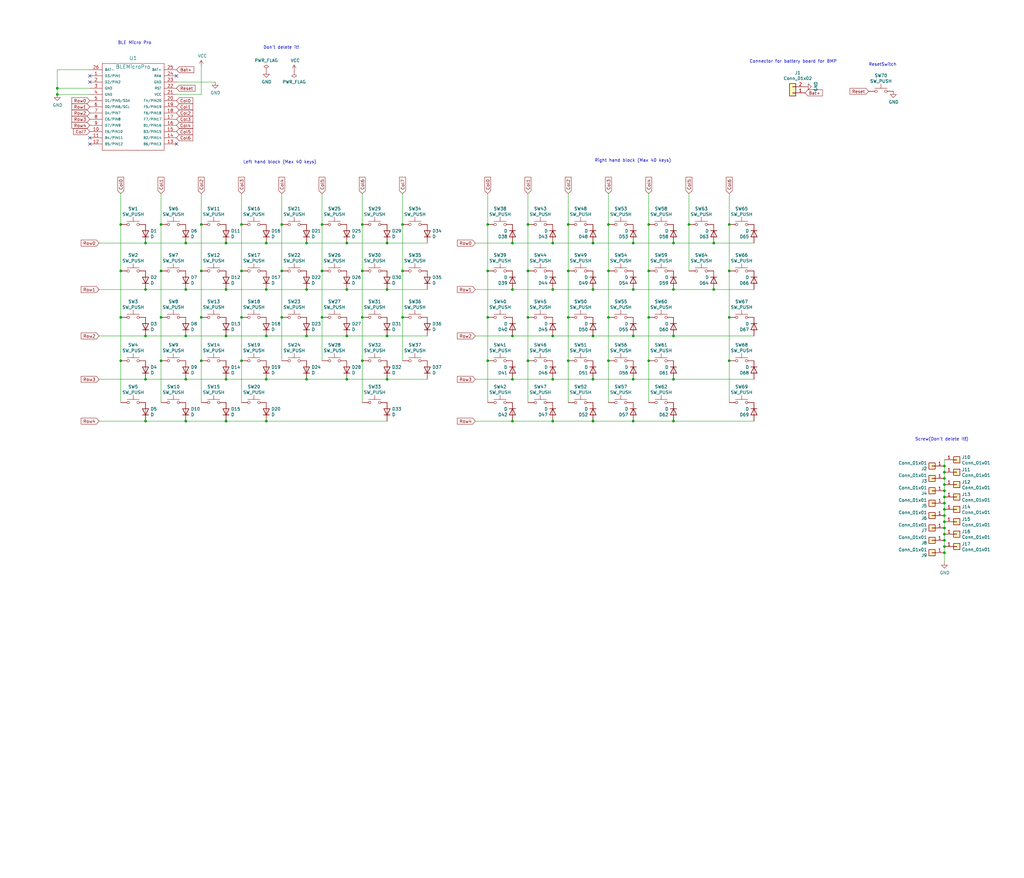
<source format=kicad_sch>
(kicad_sch (version 20211123) (generator eeschema)
  (paper "User" 419.989 360.045)
  (junction (at 82.55 111.125))
  (junction (at 210.185 172.72))
  (junction (at 226.695 99.695))
  (junction (at 125.73 118.745))
  (junction (at 200.025 147.955))
  (junction (at 276.225 155.575))
  (junction (at 249.555 111.125))
  (junction (at 259.715 118.745))
  (junction (at 299.085 130.175))
  (junction (at 387.35 213.995))
  (junction (at 99.06 130.175))
  (junction (at 109.22 172.72))
  (junction (at 76.2 118.745))
  (junction (at 109.22 137.795))
  (junction (at 292.735 99.695))
  (junction (at 249.555 130.175))
  (junction (at 92.71 118.745))
  (junction (at 276.225 172.72))
  (junction (at 259.715 172.72))
  (junction (at 59.69 137.795))
  (junction (at 276.225 118.745))
  (junction (at 200.025 92.075))
  (junction (at 132.08 130.175))
  (junction (at 76.2 155.575))
  (junction (at 259.715 137.795))
  (junction (at 276.225 99.695))
  (junction (at 266.065 147.955))
  (junction (at 233.045 111.125))
  (junction (at 148.59 92.075))
  (junction (at 132.08 92.075))
  (junction (at 82.55 92.075))
  (junction (at 158.75 155.575))
  (junction (at 299.085 111.125))
  (junction (at 226.695 137.795))
  (junction (at 23.495 36.195))
  (junction (at 233.045 92.075))
  (junction (at 59.69 118.745))
  (junction (at 387.35 191.135))
  (junction (at 266.065 130.175))
  (junction (at 210.185 155.575))
  (junction (at 216.535 147.955))
  (junction (at 158.75 118.745))
  (junction (at 49.53 111.125))
  (junction (at 125.73 155.575))
  (junction (at 115.57 130.175))
  (junction (at 99.06 147.955))
  (junction (at 49.53 130.175))
  (junction (at 276.225 137.795))
  (junction (at 216.535 130.175))
  (junction (at 200.025 130.175))
  (junction (at 109.22 155.575))
  (junction (at 266.065 92.075))
  (junction (at 99.06 111.125))
  (junction (at 59.69 155.575))
  (junction (at 292.735 118.745))
  (junction (at 266.065 111.125))
  (junction (at 387.35 208.915))
  (junction (at 387.35 203.835))
  (junction (at 132.08 111.125))
  (junction (at 243.205 172.72))
  (junction (at 109.22 99.695))
  (junction (at 243.205 155.575))
  (junction (at 282.575 92.075))
  (junction (at 142.24 99.695))
  (junction (at 210.185 137.795))
  (junction (at 82.55 130.175))
  (junction (at 66.04 147.955))
  (junction (at 66.04 92.075))
  (junction (at 299.085 147.955))
  (junction (at 148.59 111.125))
  (junction (at 259.715 155.575))
  (junction (at 210.185 99.695))
  (junction (at 259.715 99.695))
  (junction (at 216.535 92.075))
  (junction (at 92.71 172.72))
  (junction (at 387.35 193.675))
  (junction (at 387.35 196.215))
  (junction (at 243.205 118.745))
  (junction (at 387.35 221.615))
  (junction (at 226.695 172.72))
  (junction (at 59.69 172.72))
  (junction (at 142.24 137.795))
  (junction (at 387.35 198.755))
  (junction (at 148.59 130.175))
  (junction (at 148.59 147.955))
  (junction (at 216.535 111.125))
  (junction (at 23.495 38.735))
  (junction (at 125.73 137.795))
  (junction (at 226.695 118.745))
  (junction (at 66.04 111.125))
  (junction (at 158.75 137.795))
  (junction (at 249.555 147.955))
  (junction (at 233.045 130.175))
  (junction (at 82.55 147.955))
  (junction (at 387.35 216.535))
  (junction (at 158.75 99.695))
  (junction (at 115.57 92.075))
  (junction (at 109.22 118.745))
  (junction (at 226.695 155.575))
  (junction (at 387.35 211.455))
  (junction (at 387.35 226.695))
  (junction (at 243.205 137.795))
  (junction (at 387.35 219.075))
  (junction (at 165.1 92.075))
  (junction (at 49.53 147.955))
  (junction (at 243.205 99.695))
  (junction (at 66.04 130.175))
  (junction (at 92.71 137.795))
  (junction (at 387.35 206.375))
  (junction (at 387.35 201.295))
  (junction (at 142.24 118.745))
  (junction (at 92.71 99.695))
  (junction (at 76.2 137.795))
  (junction (at 92.71 155.575))
  (junction (at 210.185 118.745))
  (junction (at 233.045 147.955))
  (junction (at 142.24 155.575))
  (junction (at 49.53 92.075))
  (junction (at 115.57 111.125))
  (junction (at 387.35 224.155))
  (junction (at 249.555 92.075))
  (junction (at 76.2 172.72))
  (junction (at 165.1 111.125))
  (junction (at 99.06 92.075))
  (junction (at 76.2 99.695))
  (junction (at 59.69 99.695))
  (junction (at 165.1 130.175))
  (junction (at 299.085 92.075))
  (junction (at 200.025 111.125))
  (junction (at 125.73 99.695))
  (no_connect (at 72.39 59.055))
  (no_connect (at 36.83 31.115))
  (no_connect (at 36.83 33.655))
  (no_connect (at 72.39 31.115))
  (no_connect (at 36.83 59.055))
  (no_connect (at 36.83 56.515))
  (wire (pts (xy 259.715 172.72) (xy 276.225 172.72)))
  (wire (pts (xy 109.22 137.795) (xy 125.73 137.795)))
  (wire (pts (xy 233.045 130.175) (xy 233.045 147.955)))
  (wire (pts (xy 36.83 28.575) (xy 23.495 28.575)))
  (wire (pts (xy 276.225 99.695) (xy 292.735 99.695)))
  (wire (pts (xy 216.535 130.175) (xy 216.535 147.955)))
  (wire (pts (xy 99.06 111.125) (xy 99.06 130.175)))
  (wire (pts (xy 282.575 92.075) (xy 282.575 111.125)))
  (wire (pts (xy 216.535 92.075) (xy 216.535 111.125)))
  (wire (pts (xy 233.045 92.075) (xy 233.045 111.125)))
  (wire (pts (xy 249.555 147.955) (xy 249.555 165.1)))
  (wire (pts (xy 142.24 155.575) (xy 158.75 155.575)))
  (wire (pts (xy 148.59 147.955) (xy 148.59 165.1)))
  (wire (pts (xy 210.185 155.575) (xy 226.695 155.575)))
  (wire (pts (xy 200.025 130.175) (xy 200.025 147.955)))
  (wire (pts (xy 266.065 111.125) (xy 266.065 130.175)))
  (wire (pts (xy 266.065 147.955) (xy 266.065 165.1)))
  (wire (pts (xy 387.35 226.695) (xy 387.35 230.505)))
  (wire (pts (xy 165.1 79.375) (xy 165.1 92.075)))
  (wire (pts (xy 292.735 118.745) (xy 309.245 118.745)))
  (wire (pts (xy 66.04 111.125) (xy 66.04 130.175)))
  (wire (pts (xy 299.085 111.125) (xy 299.085 130.175)))
  (wire (pts (xy 115.57 79.375) (xy 115.57 92.075)))
  (wire (pts (xy 82.55 79.375) (xy 82.55 92.075)))
  (wire (pts (xy 115.57 130.175) (xy 115.57 147.955)))
  (wire (pts (xy 387.35 196.215) (xy 387.35 198.755)))
  (wire (pts (xy 175.26 155.575) (xy 158.75 155.575)))
  (wire (pts (xy 23.495 36.195) (xy 23.495 38.735)))
  (wire (pts (xy 132.08 111.125) (xy 132.08 130.175)))
  (wire (pts (xy 92.71 99.695) (xy 109.22 99.695)))
  (wire (pts (xy 125.73 155.575) (xy 142.24 155.575)))
  (wire (pts (xy 125.73 137.795) (xy 142.24 137.795)))
  (wire (pts (xy 210.185 99.695) (xy 226.695 99.695)))
  (wire (pts (xy 76.2 172.72) (xy 92.71 172.72)))
  (wire (pts (xy 387.35 211.455) (xy 387.35 213.995)))
  (wire (pts (xy 194.945 99.695) (xy 210.185 99.695)))
  (wire (pts (xy 226.695 155.575) (xy 243.205 155.575)))
  (wire (pts (xy 226.695 118.745) (xy 243.205 118.745)))
  (wire (pts (xy 88.265 33.655) (xy 72.39 33.655)))
  (wire (pts (xy 82.55 111.125) (xy 82.55 130.175)))
  (wire (pts (xy 115.57 111.125) (xy 115.57 130.175)))
  (wire (pts (xy 99.06 79.375) (xy 99.06 92.075)))
  (wire (pts (xy 249.555 92.075) (xy 249.555 111.125)))
  (wire (pts (xy 200.025 111.125) (xy 200.025 130.175)))
  (wire (pts (xy 243.205 118.745) (xy 259.715 118.745)))
  (wire (pts (xy 109.22 172.72) (xy 158.75 172.72)))
  (wire (pts (xy 148.59 79.375) (xy 148.59 92.075)))
  (wire (pts (xy 175.26 118.745) (xy 158.75 118.745)))
  (wire (pts (xy 387.35 221.615) (xy 387.35 224.155)))
  (wire (pts (xy 66.04 92.075) (xy 66.04 111.125)))
  (wire (pts (xy 76.2 99.695) (xy 92.71 99.695)))
  (wire (pts (xy 226.695 99.695) (xy 243.205 99.695)))
  (wire (pts (xy 165.1 92.075) (xy 165.1 111.125)))
  (wire (pts (xy 249.555 111.125) (xy 249.555 130.175)))
  (wire (pts (xy 226.695 172.72) (xy 243.205 172.72)))
  (wire (pts (xy 82.55 147.955) (xy 82.55 165.1)))
  (wire (pts (xy 387.35 191.135) (xy 387.35 193.675)))
  (wire (pts (xy 216.535 79.375) (xy 216.535 92.075)))
  (wire (pts (xy 387.35 198.755) (xy 387.35 201.295)))
  (wire (pts (xy 233.045 111.125) (xy 233.045 130.175)))
  (wire (pts (xy 109.22 155.575) (xy 125.73 155.575)))
  (wire (pts (xy 266.065 79.375) (xy 266.065 92.075)))
  (wire (pts (xy 259.715 99.695) (xy 276.225 99.695)))
  (wire (pts (xy 36.83 36.195) (xy 23.495 36.195)))
  (wire (pts (xy 36.83 38.735) (xy 23.495 38.735)))
  (wire (pts (xy 132.08 130.175) (xy 132.08 147.955)))
  (wire (pts (xy 99.06 92.075) (xy 99.06 111.125)))
  (wire (pts (xy 387.35 213.995) (xy 387.35 216.535)))
  (wire (pts (xy 243.205 155.575) (xy 259.715 155.575)))
  (wire (pts (xy 142.24 99.695) (xy 158.75 99.695)))
  (wire (pts (xy 132.08 79.375) (xy 132.08 92.075)))
  (wire (pts (xy 59.69 99.695) (xy 76.2 99.695)))
  (wire (pts (xy 194.945 172.72) (xy 210.185 172.72)))
  (wire (pts (xy 387.35 216.535) (xy 387.35 219.075)))
  (wire (pts (xy 216.535 111.125) (xy 216.535 130.175)))
  (wire (pts (xy 49.53 92.075) (xy 49.53 111.125)))
  (wire (pts (xy 125.73 99.695) (xy 142.24 99.695)))
  (wire (pts (xy 59.69 137.795) (xy 40.64 137.795)))
  (wire (pts (xy 66.04 130.175) (xy 66.04 147.955)))
  (wire (pts (xy 59.69 137.795) (xy 76.2 137.795)))
  (wire (pts (xy 259.715 155.575) (xy 276.225 155.575)))
  (wire (pts (xy 387.35 206.375) (xy 387.35 208.915)))
  (wire (pts (xy 49.53 147.955) (xy 49.53 165.1)))
  (wire (pts (xy 109.22 99.695) (xy 125.73 99.695)))
  (wire (pts (xy 175.26 137.795) (xy 158.75 137.795)))
  (wire (pts (xy 132.08 92.075) (xy 132.08 111.125)))
  (wire (pts (xy 299.085 79.375) (xy 299.085 92.075)))
  (wire (pts (xy 92.71 118.745) (xy 109.22 118.745)))
  (wire (pts (xy 233.045 147.955) (xy 233.045 165.1)))
  (wire (pts (xy 259.715 118.745) (xy 276.225 118.745)))
  (wire (pts (xy 216.535 147.955) (xy 216.535 165.1)))
  (wire (pts (xy 99.06 147.955) (xy 99.06 165.1)))
  (wire (pts (xy 148.59 111.125) (xy 148.59 130.175)))
  (wire (pts (xy 125.73 118.745) (xy 142.24 118.745)))
  (wire (pts (xy 387.35 203.835) (xy 387.35 206.375)))
  (wire (pts (xy 49.53 130.175) (xy 49.53 147.955)))
  (wire (pts (xy 299.085 147.955) (xy 299.085 165.1)))
  (wire (pts (xy 210.185 118.745) (xy 226.695 118.745)))
  (wire (pts (xy 148.59 92.075) (xy 148.59 111.125)))
  (wire (pts (xy 200.025 147.955) (xy 200.025 165.1)))
  (wire (pts (xy 243.205 172.72) (xy 259.715 172.72)))
  (wire (pts (xy 387.35 224.155) (xy 387.35 226.695)))
  (wire (pts (xy 387.35 208.915) (xy 387.35 211.455)))
  (wire (pts (xy 76.2 137.795) (xy 92.71 137.795)))
  (wire (pts (xy 82.55 92.075) (xy 82.55 111.125)))
  (wire (pts (xy 292.735 99.695) (xy 309.245 99.695)))
  (wire (pts (xy 249.555 79.375) (xy 249.555 92.075)))
  (wire (pts (xy 387.35 201.295) (xy 387.35 203.835)))
  (wire (pts (xy 82.55 38.735) (xy 82.55 27.305)))
  (wire (pts (xy 210.185 172.72) (xy 226.695 172.72)))
  (wire (pts (xy 194.945 137.795) (xy 210.185 137.795)))
  (wire (pts (xy 276.225 118.745) (xy 292.735 118.745)))
  (wire (pts (xy 66.04 147.955) (xy 66.04 165.1)))
  (wire (pts (xy 243.205 137.795) (xy 259.715 137.795)))
  (wire (pts (xy 259.715 137.795) (xy 276.225 137.795)))
  (wire (pts (xy 59.69 172.72) (xy 76.2 172.72)))
  (wire (pts (xy 142.24 118.745) (xy 158.75 118.745)))
  (wire (pts (xy 299.085 130.175) (xy 299.085 147.955)))
  (wire (pts (xy 266.065 130.175) (xy 266.065 147.955)))
  (wire (pts (xy 276.225 155.575) (xy 309.245 155.575)))
  (wire (pts (xy 66.04 79.375) (xy 66.04 92.075)))
  (wire (pts (xy 76.2 155.575) (xy 92.71 155.575)))
  (wire (pts (xy 59.69 99.695) (xy 40.64 99.695)))
  (wire (pts (xy 175.26 99.695) (xy 158.75 99.695)))
  (wire (pts (xy 59.69 118.745) (xy 40.64 118.745)))
  (wire (pts (xy 165.1 111.125) (xy 165.1 130.175)))
  (wire (pts (xy 76.2 118.745) (xy 92.71 118.745)))
  (wire (pts (xy 142.24 137.795) (xy 158.75 137.795)))
  (wire (pts (xy 92.71 172.72) (xy 109.22 172.72)))
  (wire (pts (xy 59.69 118.745) (xy 76.2 118.745)))
  (wire (pts (xy 49.53 79.375) (xy 49.53 92.075)))
  (wire (pts (xy 109.22 118.745) (xy 125.73 118.745)))
  (wire (pts (xy 115.57 92.075) (xy 115.57 111.125)))
  (wire (pts (xy 200.025 92.075) (xy 200.025 111.125)))
  (wire (pts (xy 194.945 155.575) (xy 210.185 155.575)))
  (wire (pts (xy 210.185 137.795) (xy 226.695 137.795)))
  (wire (pts (xy 194.945 118.745) (xy 210.185 118.745)))
  (wire (pts (xy 276.225 137.795) (xy 309.245 137.795)))
  (wire (pts (xy 233.045 79.375) (xy 233.045 92.075)))
  (wire (pts (xy 249.555 130.175) (xy 249.555 147.955)))
  (wire (pts (xy 82.55 130.175) (xy 82.55 147.955)))
  (wire (pts (xy 266.065 92.075) (xy 266.065 111.125)))
  (wire (pts (xy 99.06 130.175) (xy 99.06 147.955)))
  (wire (pts (xy 165.1 130.175) (xy 165.1 147.955)))
  (wire (pts (xy 387.35 219.075) (xy 387.35 221.615)))
  (wire (pts (xy 148.59 130.175) (xy 148.59 147.955)))
  (wire (pts (xy 23.495 28.575) (xy 23.495 36.195)))
  (wire (pts (xy 49.53 111.125) (xy 49.53 130.175)))
  (wire (pts (xy 387.35 193.675) (xy 387.35 196.215)))
  (wire (pts (xy 92.71 155.575) (xy 109.22 155.575)))
  (wire (pts (xy 92.71 137.795) (xy 109.22 137.795)))
  (wire (pts (xy 276.225 172.72) (xy 309.245 172.72)))
  (wire (pts (xy 282.575 79.375) (xy 282.575 92.075)))
  (wire (pts (xy 387.35 188.595) (xy 387.35 191.135)))
  (wire (pts (xy 59.69 172.72) (xy 40.64 172.72)))
  (wire (pts (xy 59.69 155.575) (xy 76.2 155.575)))
  (wire (pts (xy 299.085 92.075) (xy 299.085 111.125)))
  (wire (pts (xy 200.025 79.375) (xy 200.025 92.075)))
  (wire (pts (xy 243.205 99.695) (xy 259.715 99.695)))
  (wire (pts (xy 72.39 38.735) (xy 82.55 38.735)))
  (wire (pts (xy 226.695 137.795) (xy 243.205 137.795)))
  (wire (pts (xy 59.69 155.575) (xy 40.64 155.575)))
  (text "Left hand block (Max 40 keys)" (at 99.695 67.31 0) (effects (font (size 1.27 1.27)) (justify left bottom)))
  (text "BLE Micro Pro" (at 48.26 18.415 0) (effects (font (size 1.27 1.27)) (justify left bottom)))
  (text "Screw(Don't delete it!)" (at 375.285 180.975 0) (effects (font (size 1.27 1.27)) (justify left bottom)))
  (text "Don't delete it!" (at 107.95 20.32 0) (effects (font (size 1.27 1.27)) (justify left bottom)))
  (text "Connector for battery board for BMP" (at 307.34 26.035 0) (effects (font (size 1.27 1.27)) (justify left bottom)))
  (text "Right hand block (Max 40 keys)" (at 243.84 66.675 0) (effects (font (size 1.27 1.27)) (justify left bottom)))
  (text "ResetSwitch" (at 356.235 27.305 0) (effects (font (size 1.27 1.27)) (justify left bottom)))
  (global_label "Row0" (shape input) (at 40.64 99.695 180) (property "シート間のリファレンス" "${INTERSHEET_REFS}" (effects hide)))
  (global_label "Col0" (shape input) (at 72.39 41.275 0) (property "シート間のリファレンス" "${INTERSHEET_REFS}" (effects hide)))
  (global_label "Row1" (shape input) (at 40.64 118.745 180) (property "シート間のリファレンス" "${INTERSHEET_REFS}" (effects hide)))
  (global_label "Col1" (shape input) (at 66.04 79.375 90) (property "シート間のリファレンス" "${INTERSHEET_REFS}" (effects hide)))
  (global_label "Reset" (shape input) (at 72.39 36.195 0) (property "シート間のリファレンス" "${INTERSHEET_REFS}" (effects hide)))
  (global_label "Col5" (shape input) (at 132.08 79.375 90) (property "シート間のリファレンス" "${INTERSHEET_REFS}" (effects hide)))
  (global_label "Col0" (shape input) (at 49.53 79.375 90) (property "シート間のリファレンス" "${INTERSHEET_REFS}" (effects hide)))
  (global_label "Row1" (shape input) (at 36.83 43.815 180) (property "シート間のリファレンス" "${INTERSHEET_REFS}" (effects hide)))
  (global_label "Col1" (shape input) (at 72.39 43.815 0) (property "シート間のリファレンス" "${INTERSHEET_REFS}" (effects hide)))
  (global_label "Col5" (shape input) (at 282.575 79.375 90) (property "シート間のリファレンス" "${INTERSHEET_REFS}" (effects hide)))
  (global_label "Row4" (shape input) (at 194.945 172.72 180) (property "シート間のリファレンス" "${INTERSHEET_REFS}" (effects hide)))
  (global_label "Row3" (shape input) (at 40.64 155.575 180) (property "シート間のリファレンス" "${INTERSHEET_REFS}" (effects hide)))
  (global_label "Col7" (shape input) (at 165.1 79.375 90) (property "シート間のリファレンス" "${INTERSHEET_REFS}" (effects hide)))
  (global_label "Col2" (shape input) (at 72.39 46.355 0) (property "シート間のリファレンス" "${INTERSHEET_REFS}" (effects hide)))
  (global_label "Row1" (shape input) (at 194.945 118.745 180) (property "シート間のリファレンス" "${INTERSHEET_REFS}" (effects hide)))
  (global_label "Col3" (shape input) (at 72.39 48.895 0) (property "シート間のリファレンス" "${INTERSHEET_REFS}" (effects hide)))
  (global_label "Col3" (shape input) (at 249.555 79.375 90) (property "シート間のリファレンス" "${INTERSHEET_REFS}" (effects hide)))
  (global_label "Col2" (shape input) (at 82.55 79.375 90) (property "シート間のリファレンス" "${INTERSHEET_REFS}" (effects hide)))
  (global_label "Col4" (shape input) (at 266.065 79.375 90) (property "シート間のリファレンス" "${INTERSHEET_REFS}" (effects hide)))
  (global_label "Row2" (shape input) (at 194.945 137.795 180) (property "シート間のリファレンス" "${INTERSHEET_REFS}" (effects hide)))
  (global_label "Row0" (shape input) (at 36.83 41.275 180) (property "シート間のリファレンス" "${INTERSHEET_REFS}" (effects hide)))
  (global_label "Row2" (shape input) (at 40.64 137.795 180) (property "シート間のリファレンス" "${INTERSHEET_REFS}" (effects hide)))
  (global_label "Col2" (shape input) (at 233.045 79.375 90) (property "シート間のリファレンス" "${INTERSHEET_REFS}" (effects hide)))
  (global_label "Row3" (shape input) (at 194.945 155.575 180) (property "シート間のリファレンス" "${INTERSHEET_REFS}" (effects hide)))
  (global_label "Col6" (shape input) (at 148.59 79.375 90) (property "シート間のリファレンス" "${INTERSHEET_REFS}" (effects hide)))
  (global_label "Bat+" (shape input) (at 72.39 28.575 0) (property "シート間のリファレンス" "${INTERSHEET_REFS}" (effects hide)))
  (global_label "Col6" (shape input) (at 72.39 56.515 0) (property "シート間のリファレンス" "${INTERSHEET_REFS}" (effects hide)))
  (global_label "Col4" (shape input) (at 72.39 51.435 0) (property "シート間のリファレンス" "${INTERSHEET_REFS}" (effects hide)))
  (global_label "Col1" (shape input) (at 216.535 79.375 90) (property "シート間のリファレンス" "${INTERSHEET_REFS}" (effects hide)))
  (global_label "Row3" (shape input) (at 36.83 48.895 180) (property "シート間のリファレンス" "${INTERSHEET_REFS}" (effects hide)))
  (global_label "Bat+" (shape input) (at 330.2 38.1 0) (property "シート間のリファレンス" "${INTERSHEET_REFS}" (effects hide)))
  (global_label "Row4" (shape input) (at 40.64 172.72 180) (property "シート間のリファレンス" "${INTERSHEET_REFS}" (effects hide)))
  (global_label "Row4" (shape input) (at 36.83 51.435 180) (property "シート間のリファレンス" "${INTERSHEET_REFS}" (effects hide)))
  (global_label "Row0" (shape input) (at 194.945 99.695 180) (property "シート間のリファレンス" "${INTERSHEET_REFS}" (effects hide)))
  (global_label "Col7" (shape input) (at 36.83 53.975 180) (property "シート間のリファレンス" "${INTERSHEET_REFS}" (effects hide)))
  (global_label "Col5" (shape input) (at 72.39 53.975 0) (property "シート間のリファレンス" "${INTERSHEET_REFS}" (effects hide)))
  (global_label "Col3" (shape input) (at 99.06 79.375 90) (property "シート間のリファレンス" "${INTERSHEET_REFS}" (effects hide)))
  (global_label "Reset" (shape input) (at 356.235 37.465 180) (property "シート間のリファレンス" "${INTERSHEET_REFS}" (effects hide)))
  (global_label "Col4" (shape input) (at 115.57 79.375 90) (property "シート間のリファレンス" "${INTERSHEET_REFS}" (effects hide)))
  (global_label "Col0" (shape input) (at 200.025 79.375 90) (property "シート間のリファレンス" "${INTERSHEET_REFS}" (effects hide)))
  (global_label "Row2" (shape input) (at 36.83 46.355 180) (property "シート間のリファレンス" "${INTERSHEET_REFS}" (effects hide)))
  (global_label "Col6" (shape input) (at 299.085 79.375 90) (property "シート間のリファレンス" "${INTERSHEET_REFS}" (effects hide)))
  (symbol (lib_id "power:PWR_FLAG") (at 109.22 29.21 0) (unit 1)
    (property "Reference" "#FLG01" (effects hide))
    (property "Value" "PWR_FLAG" (at 109.22 24.7904 0))
  )
  (symbol (lib_id "power:PWR_FLAG") (at 120.65 29.21 180) (unit 1)
    (property "Reference" "#FLG02" (effects hide))
    (property "Value" "PWR_FLAG" (at 120.65 33.6042 0))
  )
  (symbol (lib_id "power:GND") (at 109.22 29.21 0) (unit 1)
    (property "Reference" "#PWR04" (effects hide))
    (property "Value" "GND" (at 109.347 33.6042 0))
  )
  (symbol (lib_id "power:VCC") (at 120.65 29.21 0) (unit 1)
    (property "Reference" "#PWR05" (effects hide))
    (property "Value" "VCC" (at 121.0818 24.8158 0))
  )
  (symbol (lib_id "Salicylic_kbd:Micon_BLEMicroPro") (at 54.61 50.165 0) (unit 1)
    (property "Reference" "U1" (at 54.61 23.8252 0) (effects (font (size 1.524 1.524))))
    (property "Value" "BLEMicroPro" (at 54.61 26.5176 0) (effects (font (size 1.524 1.524)) (justify top)))
    (property "Footprint" "kbd_Parts:Micon_BMP_GL" (effects hide))
  )
  (symbol (lib_id "power:GND") (at 88.265 33.655 0) (unit 1)
    (property "Reference" "#PWR03" (effects hide))
    (property "Value" "GND" (at 88.392 38.0492 0))
  )
  (symbol (lib_id "power:VCC") (at 82.55 27.305 0) (unit 1)
    (property "Reference" "#PWR02" (effects hide))
    (property "Value" "VCC" (at 82.9818 22.9108 0))
  )
  (symbol (lib_id "power:GND") (at 23.495 38.735 0) (unit 1)
    (property "Reference" "#PWR01" (effects hide))
    (property "Value" "GND" (at 23.622 43.1292 0))
  )
  (symbol (lib_id "Switch:SW_Push") (at 71.12 92.075 0) (unit 1)
    (property "Reference" "SW6" (at 71.12 85.598 0))
    (property "Value" "SW_PUSH" (at 71.12 87.9094 0))
    (property "Footprint" "Alps_Only:ALPS-1U" (effects hide))
  )
  (symbol (lib_id "Switch:SW_Push") (at 54.61 92.075 0) (unit 1)
    (property "Reference" "SW1" (at 54.61 85.598 0))
    (property "Value" "SW_PUSH" (at 54.61 87.9094 0))
    (property "Footprint" "Alps_Only:ALPS-1U" (effects hide))
  )
  (symbol (lib_id "Switch:SW_Push") (at 54.61 111.125 0) (unit 1)
    (property "Reference" "SW2" (at 54.61 104.648 0))
    (property "Value" "SW_PUSH" (at 54.61 106.9594 0))
    (property "Footprint" "Alps_Only:ALPS-1.5U" (effects hide))
  )
  (symbol (lib_id "Switch:SW_Push") (at 71.12 111.125 0) (unit 1)
    (property "Reference" "SW7" (at 71.12 104.648 0))
    (property "Value" "SW_PUSH" (at 71.12 106.9594 0))
    (property "Footprint" "Alps_Only:ALPS-1U" (effects hide))
  )
  (symbol (lib_id "Device:D") (at 59.69 95.885 90) (unit 1)
    (property "Reference" "D1" (at 61.6966 94.7166 90) (effects (justify right)))
    (property "Value" "D" (at 61.6966 97.028 90) (effects (justify right)))
    (property "Footprint" "kbd_Parts:Diode_TH_SMD" (effects hide))
  )
  (symbol (lib_id "Device:D") (at 76.2 95.885 90) (unit 1)
    (property "Reference" "D6" (at 78.2066 94.7166 90) (effects (justify right)))
    (property "Value" "D" (at 78.2066 97.028 90) (effects (justify right)))
    (property "Footprint" "kbd_Parts:Diode_TH_SMD" (effects hide))
  )
  (symbol (lib_id "Device:D") (at 76.2 114.935 90) (unit 1)
    (property "Reference" "D7" (at 78.2066 113.7666 90) (effects (justify right)))
    (property "Value" "D" (at 78.2066 116.078 90) (effects (justify right)))
    (property "Footprint" "kbd_Parts:Diode_TH_SMD" (effects hide))
  )
  (symbol (lib_id "Device:D") (at 59.69 114.935 90) (unit 1)
    (property "Reference" "D2" (at 61.6966 113.7666 90) (effects (justify right)))
    (property "Value" "D" (at 61.6966 116.078 90) (effects (justify right)))
    (property "Footprint" "kbd_Parts:Diode_TH_SMD" (effects hide))
  )
  (symbol (lib_id "Switch:SW_Push") (at 361.315 37.465 0) (unit 1)
    (property "Reference" "SW70" (at 361.315 30.988 0))
    (property "Value" "SW_PUSH" (at 361.315 33.2994 0))
    (property "Footprint" "kbd_Parts:ResetSW" (effects hide))
  )
  (symbol (lib_id "power:GND") (at 366.395 37.465 0) (unit 1)
    (property "Reference" "#PWR07" (effects hide))
    (property "Value" "GND" (at 366.522 41.8592 0))
  )
  (symbol (lib_id "Switch:SW_Push") (at 104.14 92.075 0) (unit 1)
    (property "Reference" "SW16" (at 104.14 85.598 0))
    (property "Value" "SW_PUSH" (at 104.14 87.9094 0))
    (property "Footprint" "Alps_Only:ALPS-1U" (effects hide))
  )
  (symbol (lib_id "Switch:SW_Push") (at 120.65 92.075 0) (unit 1)
    (property "Reference" "SW21" (at 120.65 85.598 0))
    (property "Value" "SW_PUSH" (at 120.65 87.9094 0))
    (property "Footprint" "Alps_Only:ALPS-1U" (effects hide))
  )
  (symbol (lib_id "Switch:SW_Push") (at 137.16 92.075 0) (unit 1)
    (property "Reference" "SW25" (at 137.16 85.598 0))
    (property "Value" "SW_PUSH" (at 137.16 87.9094 0))
    (property "Footprint" "Alps_Only:ALPS-1U" (effects hide))
  )
  (symbol (lib_id "Switch:SW_Push") (at 87.63 92.075 0) (unit 1)
    (property "Reference" "SW11" (at 87.63 85.598 0))
    (property "Value" "SW_PUSH" (at 87.63 87.9094 0))
    (property "Footprint" "Alps_Only:ALPS-1U" (effects hide))
  )
  (symbol (lib_id "Switch:SW_Push") (at 104.14 130.175 0) (unit 1)
    (property "Reference" "SW18" (at 104.14 123.698 0))
    (property "Value" "SW_PUSH" (at 104.14 126.0094 0))
    (property "Footprint" "Alps_Only:ALPS-1U" (effects hide))
  )
  (symbol (lib_id "Switch:SW_Push") (at 104.14 111.125 0) (unit 1)
    (property "Reference" "SW17" (at 104.14 104.648 0))
    (property "Value" "SW_PUSH" (at 104.14 106.9594 0))
    (property "Footprint" "Alps_Only:ALPS-1U" (effects hide))
  )
  (symbol (lib_id "Switch:SW_Push") (at 120.65 111.125 0) (unit 1)
    (property "Reference" "SW22" (at 120.65 104.648 0))
    (property "Value" "SW_PUSH" (at 120.65 106.9594 0))
    (property "Footprint" "Alps_Only:ALPS-1U" (effects hide))
  )
  (symbol (lib_id "Switch:SW_Push") (at 137.16 111.125 0) (unit 1)
    (property "Reference" "SW26" (at 137.16 104.648 0))
    (property "Value" "SW_PUSH" (at 137.16 106.9594 0))
    (property "Footprint" "Alps_Only:ALPS-1U" (effects hide))
  )
  (symbol (lib_id "Switch:SW_Push") (at 87.63 111.125 0) (unit 1)
    (property "Reference" "SW12" (at 87.63 104.648 0))
    (property "Value" "SW_PUSH" (at 87.63 106.9594 0))
    (property "Footprint" "Alps_Only:ALPS-1U" (effects hide))
  )
  (symbol (lib_id "Switch:SW_Push") (at 54.61 130.175 0) (unit 1)
    (property "Reference" "SW3" (at 54.61 123.698 0))
    (property "Value" "SW_PUSH" (at 54.61 126.0094 0))
    (property "Footprint" "Alps_Only:ALPS-1.75U" (effects hide))
  )
  (symbol (lib_id "Switch:SW_Push") (at 54.61 147.955 0) (unit 1)
    (property "Reference" "SW4" (at 54.61 141.478 0))
    (property "Value" "SW_PUSH" (at 54.61 143.7894 0))
    (property "Footprint" "Alps_Only:ALPS-2.25U" (effects hide))
  )
  (symbol (lib_id "Switch:SW_Push") (at 71.12 130.175 0) (unit 1)
    (property "Reference" "SW8" (at 71.12 123.698 0))
    (property "Value" "SW_PUSH" (at 71.12 126.0094 0))
    (property "Footprint" "Alps_Only:ALPS-1U" (effects hide))
  )
  (symbol (lib_id "Switch:SW_Push") (at 71.12 147.955 0) (unit 1)
    (property "Reference" "SW9" (at 71.12 141.478 0))
    (property "Value" "SW_PUSH" (at 71.12 143.7894 0))
    (property "Footprint" "Alps_Only:ALPS-1U" (effects hide))
  )
  (symbol (lib_id "Switch:SW_Push") (at 87.63 130.175 0) (unit 1)
    (property "Reference" "SW13" (at 87.63 123.698 0))
    (property "Value" "SW_PUSH" (at 87.63 126.0094 0))
    (property "Footprint" "Alps_Only:ALPS-1U" (effects hide))
  )
  (symbol (lib_id "Switch:SW_Push") (at 104.14 147.955 0) (unit 1)
    (property "Reference" "SW19" (at 104.14 141.478 0))
    (property "Value" "SW_PUSH" (at 104.14 143.7894 0))
    (property "Footprint" "Alps_Only:ALPS-1U" (effects hide))
  )
  (symbol (lib_id "Switch:SW_Push") (at 120.65 147.955 0) (unit 1)
    (property "Reference" "SW24" (at 120.65 141.478 0))
    (property "Value" "SW_PUSH" (at 120.65 143.7894 0))
    (property "Footprint" "Alps_Only:ALPS-1U" (effects hide))
  )
  (symbol (lib_id "Switch:SW_Push") (at 137.16 147.955 0) (unit 1)
    (property "Reference" "SW28" (at 137.16 141.478 0))
    (property "Value" "SW_PUSH" (at 137.16 143.7894 0))
    (property "Footprint" "Alps_Only:ALPS-1U" (effects hide))
  )
  (symbol (lib_id "Switch:SW_Push") (at 120.65 130.175 0) (unit 1)
    (property "Reference" "SW23" (at 120.65 123.698 0))
    (property "Value" "SW_PUSH" (at 120.65 126.0094 0))
    (property "Footprint" "Alps_Only:ALPS-1U" (effects hide))
  )
  (symbol (lib_id "Switch:SW_Push") (at 137.16 130.175 0) (unit 1)
    (property "Reference" "SW27" (at 137.16 123.698 0))
    (property "Value" "SW_PUSH" (at 137.16 126.0094 0))
    (property "Footprint" "Alps_Only:ALPS-1U" (effects hide))
  )
  (symbol (lib_id "Device:D") (at 92.71 95.885 90) (unit 1)
    (property "Reference" "D11" (at 94.7166 94.7166 90) (effects (justify right)))
    (property "Value" "D" (at 94.7166 97.028 90) (effects (justify right)))
    (property "Footprint" "kbd_Parts:Diode_TH_SMD" (effects hide))
  )
  (symbol (lib_id "Device:D") (at 109.22 95.885 90) (unit 1)
    (property "Reference" "D16" (at 111.2266 94.7166 90) (effects (justify right)))
    (property "Value" "D" (at 111.2266 97.028 90) (effects (justify right)))
    (property "Footprint" "kbd_Parts:Diode_TH_SMD" (effects hide))
  )
  (symbol (lib_id "Device:D") (at 125.73 95.885 90) (unit 1)
    (property "Reference" "D21" (at 127.7366 94.7166 90) (effects (justify right)))
    (property "Value" "D" (at 127.7366 97.028 90) (effects (justify right)))
    (property "Footprint" "kbd_Parts:Diode_TH_SMD" (effects hide))
  )
  (symbol (lib_id "Device:D") (at 142.24 95.885 90) (unit 1)
    (property "Reference" "D25" (at 144.2466 94.7166 90) (effects (justify right)))
    (property "Value" "D" (at 144.2466 97.028 90) (effects (justify right)))
    (property "Footprint" "kbd_Parts:Diode_TH_SMD" (effects hide))
  )
  (symbol (lib_id "Device:D") (at 142.24 114.935 90) (unit 1)
    (property "Reference" "D26" (at 144.2466 113.7666 90) (effects (justify right)))
    (property "Value" "D" (at 144.2466 116.078 90) (effects (justify right)))
    (property "Footprint" "kbd_Parts:Diode_TH_SMD" (effects hide))
  )
  (symbol (lib_id "Device:D") (at 142.24 133.985 90) (unit 1)
    (property "Reference" "D27" (at 144.2466 132.8166 90) (effects (justify right)))
    (property "Value" "D" (at 144.2466 135.128 90) (effects (justify right)))
    (property "Footprint" "kbd_Parts:Diode_TH_SMD" (effects hide))
  )
  (symbol (lib_id "Device:D") (at 142.24 151.765 90) (unit 1)
    (property "Reference" "D28" (at 144.2466 150.5966 90) (effects (justify right)))
    (property "Value" "D" (at 144.2466 152.908 90) (effects (justify right)))
    (property "Footprint" "kbd_Parts:Diode_TH_SMD" (effects hide))
  )
  (symbol (lib_id "Device:D") (at 125.73 151.765 90) (unit 1)
    (property "Reference" "D24" (at 127.7366 150.5966 90) (effects (justify right)))
    (property "Value" "D" (at 127.7366 152.908 90) (effects (justify right)))
    (property "Footprint" "kbd_Parts:Diode_TH_SMD" (effects hide))
  )
  (symbol (lib_id "Device:D") (at 125.73 133.985 90) (unit 1)
    (property "Reference" "D23" (at 127.7366 132.8166 90) (effects (justify right)))
    (property "Value" "D" (at 127.7366 135.128 90) (effects (justify right)))
    (property "Footprint" "kbd_Parts:Diode_TH_SMD" (effects hide))
  )
  (symbol (lib_id "Device:D") (at 125.73 114.935 90) (unit 1)
    (property "Reference" "D22" (at 127.7366 113.7666 90) (effects (justify right)))
    (property "Value" "D" (at 127.7366 116.078 90) (effects (justify right)))
    (property "Footprint" "kbd_Parts:Diode_TH_SMD" (effects hide))
  )
  (symbol (lib_id "Device:D") (at 109.22 114.935 90) (unit 1)
    (property "Reference" "D17" (at 111.2266 113.7666 90) (effects (justify right)))
    (property "Value" "D" (at 111.2266 116.078 90) (effects (justify right)))
    (property "Footprint" "kbd_Parts:Diode_TH_SMD" (effects hide))
  )
  (symbol (lib_id "Device:D") (at 92.71 114.935 90) (unit 1)
    (property "Reference" "D12" (at 94.7166 113.7666 90) (effects (justify right)))
    (property "Value" "D" (at 94.7166 116.078 90) (effects (justify right)))
    (property "Footprint" "kbd_Parts:Diode_TH_SMD" (effects hide))
  )
  (symbol (lib_id "Device:D") (at 92.71 133.985 90) (unit 1)
    (property "Reference" "D13" (at 94.7166 132.8166 90) (effects (justify right)))
    (property "Value" "D" (at 94.7166 135.128 90) (effects (justify right)))
    (property "Footprint" "kbd_Parts:Diode_TH_SMD" (effects hide))
  )
  (symbol (lib_id "Device:D") (at 109.22 133.985 90) (unit 1)
    (property "Reference" "D18" (at 111.2266 132.8166 90) (effects (justify right)))
    (property "Value" "D" (at 111.2266 135.128 90) (effects (justify right)))
    (property "Footprint" "kbd_Parts:Diode_TH_SMD" (effects hide))
  )
  (symbol (lib_id "Device:D") (at 109.22 151.765 90) (unit 1)
    (property "Reference" "D19" (at 111.2266 150.5966 90) (effects (justify right)))
    (property "Value" "D" (at 111.2266 152.908 90) (effects (justify right)))
    (property "Footprint" "kbd_Parts:Diode_TH_SMD" (effects hide))
  )
  (symbol (lib_id "Device:D") (at 76.2 151.765 90) (unit 1)
    (property "Reference" "D9" (at 78.2066 150.5966 90) (effects (justify right)))
    (property "Value" "D" (at 78.2066 152.908 90) (effects (justify right)))
    (property "Footprint" "kbd_Parts:Diode_TH_SMD" (effects hide))
  )
  (symbol (lib_id "Device:D") (at 76.2 133.985 90) (unit 1)
    (property "Reference" "D8" (at 78.2066 132.8166 90) (effects (justify right)))
    (property "Value" "D" (at 78.2066 135.128 90) (effects (justify right)))
    (property "Footprint" "kbd_Parts:Diode_TH_SMD" (effects hide))
  )
  (symbol (lib_id "Device:D") (at 59.69 133.985 90) (unit 1)
    (property "Reference" "D3" (at 61.6966 132.8166 90) (effects (justify right)))
    (property "Value" "D" (at 61.6966 135.128 90) (effects (justify right)))
    (property "Footprint" "kbd_Parts:Diode_TH_SMD" (effects hide))
  )
  (symbol (lib_id "Device:D") (at 59.69 151.765 90) (unit 1)
    (property "Reference" "D4" (at 61.6966 150.5966 90) (effects (justify right)))
    (property "Value" "D" (at 61.6966 152.908 90) (effects (justify right)))
    (property "Footprint" "kbd_Parts:Diode_TH_SMD" (effects hide))
  )
  (symbol (lib_id "Switch:SW_Push") (at 54.61 165.1 0) (unit 1)
    (property "Reference" "SW5" (at 54.61 158.623 0))
    (property "Value" "SW_PUSH" (at 54.61 160.9344 0))
    (property "Footprint" "Alps_Only:ALPS-1.5U" (effects hide))
  )
  (symbol (lib_id "Switch:SW_Push") (at 71.12 165.1 0) (unit 1)
    (property "Reference" "SW10" (at 71.12 158.623 0))
    (property "Value" "SW_PUSH" (at 71.12 160.9344 0))
    (property "Footprint" "Alps_Only:ALPS-1.25U" (effects hide))
  )
  (symbol (lib_id "Switch:SW_Push") (at 87.63 165.1 0) (unit 1)
    (property "Reference" "SW15" (at 87.63 158.623 0))
    (property "Value" "SW_PUSH" (at 87.63 160.9344 0))
    (property "Footprint" "Alps_Only:ALPS-1.5U" (effects hide))
  )
  (symbol (lib_id "Switch:SW_Push") (at 104.14 165.1 0) (unit 1)
    (property "Reference" "SW20" (at 104.14 158.623 0))
    (property "Value" "SW_PUSH" (at 104.14 160.9344 0))
    (property "Footprint" "Alps_Only:ALPS-2.75U" (effects hide))
  )
  (symbol (lib_id "Device:D") (at 59.69 168.91 90) (unit 1)
    (property "Reference" "D5" (at 61.6966 167.7416 90) (effects (justify right)))
    (property "Value" "D" (at 61.6966 170.053 90) (effects (justify right)))
    (property "Footprint" "kbd_Parts:Diode_TH_SMD" (effects hide))
  )
  (symbol (lib_id "Device:D") (at 76.2 168.91 90) (unit 1)
    (property "Reference" "D10" (at 78.2066 167.7416 90) (effects (justify right)))
    (property "Value" "D" (at 78.2066 170.053 90) (effects (justify right)))
    (property "Footprint" "kbd_Parts:Diode_TH_SMD" (effects hide))
  )
  (symbol (lib_id "Device:D") (at 92.71 168.91 90) (unit 1)
    (property "Reference" "D15" (at 94.7166 167.7416 90) (effects (justify right)))
    (property "Value" "D" (at 94.7166 170.053 90) (effects (justify right)))
    (property "Footprint" "kbd_Parts:Diode_TH_SMD" (effects hide))
  )
  (symbol (lib_id "Device:D") (at 109.22 168.91 90) (unit 1)
    (property "Reference" "D20" (at 111.2266 167.7416 90) (effects (justify right)))
    (property "Value" "D" (at 111.2266 170.053 90) (effects (justify right)))
    (property "Footprint" "kbd_Parts:Diode_TH_SMD" (effects hide))
  )
  (symbol (lib_id "power:GND") (at 330.2 35.56 90) (unit 1)
    (property "Reference" "#PWR06" (effects hide))
    (property "Value" "GND" (at 334.5942 35.433 0))
  )
  (symbol (lib_id "Connector_Generic:Conn_01x01") (at 392.43 208.915 0) (unit 1)
    (property "Reference" "J14" (at 394.462 207.8482 0) (effects (justify left)))
    (property "Value" "Conn_01x01" (at 394.462 210.1596 0) (effects (justify left)))
    (property "Footprint" "kbd_Hole:m2_Screw_Hole_Fab" (effects hide))
  )
  (symbol (lib_id "Connector_Generic:Conn_01x01") (at 382.27 211.455 180) (unit 1)
    (property "Reference" "J6" (at 380.238 212.5218 0) (effects (justify left)))
    (property "Value" "Conn_01x01" (at 380.238 210.2104 0) (effects (justify left)))
    (property "Footprint" "kbd_Hole:m2_Screw_Hole_EdgeCuts" (effects hide))
  )
  (symbol (lib_id "power:GND") (at 387.35 230.505 0) (unit 1)
    (property "Reference" "#PWR08" (effects hide))
    (property "Value" "GND" (at 387.477 234.8992 0))
  )
  (symbol (lib_id "Connector_Generic:Conn_01x01") (at 392.43 213.995 0) (unit 1)
    (property "Reference" "J15" (at 394.462 212.9282 0) (effects (justify left)))
    (property "Value" "Conn_01x01" (at 394.462 215.2396 0) (effects (justify left)))
    (property "Footprint" "kbd_Hole:m2_Screw_Hole_Fab" (effects hide))
  )
  (symbol (lib_id "Connector_Generic:Conn_01x01") (at 382.27 216.535 180) (unit 1)
    (property "Reference" "J7" (at 380.238 217.6018 0) (effects (justify left)))
    (property "Value" "Conn_01x01" (at 380.238 215.2904 0) (effects (justify left)))
    (property "Footprint" "kbd_Hole:m2_Screw_Hole_EdgeCuts" (effects hide))
  )
  (symbol (lib_id "Device:D") (at 92.71 151.765 90) (unit 1)
    (property "Reference" "D14" (at 94.7166 150.5966 90) (effects (justify right)))
    (property "Value" "D" (at 94.7166 152.908 90) (effects (justify right)))
    (property "Footprint" "kbd_Parts:Diode_TH_SMD" (effects hide))
  )
  (symbol (lib_id "Switch:SW_Push") (at 87.63 147.955 0) (unit 1)
    (property "Reference" "SW14" (at 87.63 141.478 0))
    (property "Value" "SW_PUSH" (at 87.63 143.7894 0))
    (property "Footprint" "Alps_Only:ALPS-1U" (effects hide))
  )
  (symbol (lib_id "Connector_Generic:Conn_01x02") (at 325.12 38.1 180) (unit 1)
    (property "Reference" "J1" (at 327.2028 29.845 0))
    (property "Value" "Conn_01x02" (at 327.2028 32.1564 0))
    (property "Footprint" "kbd_Parts:Battery_XH2.5_GL_PCB" (effects hide))
  )
  (symbol (lib_id "Device:D") (at 158.75 168.91 90) (unit 1)
    (property "Reference" "D33" (at 160.7566 167.7416 90) (effects (justify right)))
    (property "Value" "D" (at 160.7566 170.053 90) (effects (justify right)))
    (property "Footprint" "kbd_Parts:Diode_TH_SMD" (effects hide))
  )
  (symbol (lib_id "Switch:SW_Push") (at 153.67 165.1 0) (unit 1)
    (property "Reference" "SW33" (at 153.67 158.623 0))
    (property "Value" "SW_PUSH" (at 153.67 160.9344 0))
    (property "Footprint" "Alps_Only:ALPS-2.25U" (effects hide))
  )
  (symbol (lib_id "Switch:SW_Push") (at 153.67 147.955 0) (unit 1)
    (property "Reference" "SW32" (at 153.67 141.478 0))
    (property "Value" "SW_PUSH" (at 153.67 143.7894 0))
    (property "Footprint" "Alps_Only:ALPS-1U" (effects hide))
  )
  (symbol (lib_id "Switch:SW_Push") (at 153.67 130.175 0) (unit 1)
    (property "Reference" "SW31" (at 153.67 123.698 0))
    (property "Value" "SW_PUSH" (at 153.67 126.0094 0))
    (property "Footprint" "Alps_Only:ALPS-1U" (effects hide))
  )
  (symbol (lib_id "Switch:SW_Push") (at 153.67 111.125 0) (unit 1)
    (property "Reference" "SW30" (at 153.67 104.648 0))
    (property "Value" "SW_PUSH" (at 153.67 106.9594 0))
    (property "Footprint" "Alps_Only:ALPS-1U" (effects hide))
  )
  (symbol (lib_id "Switch:SW_Push") (at 153.67 92.075 0) (unit 1)
    (property "Reference" "SW29" (at 153.67 85.598 0))
    (property "Value" "SW_PUSH" (at 153.67 87.9094 0))
    (property "Footprint" "Alps_Only:ALPS-1U" (effects hide))
  )
  (symbol (lib_id "Device:D") (at 158.75 151.765 90) (unit 1)
    (property "Reference" "D32" (at 160.7566 150.5966 90) (effects (justify right)))
    (property "Value" "D" (at 160.7566 152.908 90) (effects (justify right)))
    (property "Footprint" "kbd_Parts:Diode_TH_SMD" (effects hide))
  )
  (symbol (lib_id "Device:D") (at 158.75 133.985 90) (unit 1)
    (property "Reference" "D31" (at 160.7566 132.8166 90) (effects (justify right)))
    (property "Value" "D" (at 160.7566 135.128 90) (effects (justify right)))
    (property "Footprint" "kbd_Parts:Diode_TH_SMD" (effects hide))
  )
  (symbol (lib_id "Device:D") (at 158.75 114.935 90) (unit 1)
    (property "Reference" "D30" (at 160.7566 113.7666 90) (effects (justify right)))
    (property "Value" "D" (at 160.7566 116.078 90) (effects (justify right)))
    (property "Footprint" "kbd_Parts:Diode_TH_SMD" (effects hide))
  )
  (symbol (lib_id "Device:D") (at 158.75 95.885 90) (unit 1)
    (property "Reference" "D29" (at 160.7566 94.7166 90) (effects (justify right)))
    (property "Value" "D" (at 160.7566 97.028 90) (effects (justify right)))
    (property "Footprint" "kbd_Parts:Diode_TH_SMD" (effects hide))
  )
  (symbol (lib_id "Device:D") (at 210.185 95.885 270) (unit 1)
    (property "Reference" "D38" (at 208.1784 97.0534 90) (effects (justify right)))
    (property "Value" "D" (at 208.1784 94.742 90) (effects (justify right)))
    (property "Footprint" "kbd_Parts:Diode_TH_SMD" (effects hide))
  )
  (symbol (lib_id "Device:D") (at 210.185 114.935 270) (unit 1)
    (property "Reference" "D39" (at 208.1784 116.1034 90) (effects (justify right)))
    (property "Value" "D" (at 208.1784 113.792 90) (effects (justify right)))
    (property "Footprint" "kbd_Parts:Diode_TH_SMD" (effects hide))
  )
  (symbol (lib_id "Device:D") (at 210.185 133.985 270) (unit 1)
    (property "Reference" "D40" (at 208.1784 135.1534 90) (effects (justify right)))
    (property "Value" "D" (at 208.1784 132.842 90) (effects (justify right)))
    (property "Footprint" "kbd_Parts:Diode_TH_SMD" (effects hide))
  )
  (symbol (lib_id "Device:D") (at 210.185 151.765 270) (unit 1)
    (property "Reference" "D41" (at 208.1784 152.9334 90) (effects (justify right)))
    (property "Value" "D" (at 208.1784 150.622 90) (effects (justify right)))
    (property "Footprint" "kbd_Parts:Diode_TH_SMD" (effects hide))
  )
  (symbol (lib_id "Switch:SW_Push") (at 205.105 147.955 0) (unit 1)
    (property "Reference" "SW41" (at 205.105 141.478 0))
    (property "Value" "SW_PUSH" (at 205.105 143.7894 0))
    (property "Footprint" "Alps_Only:ALPS-1U" (effects hide))
  )
  (symbol (lib_id "Switch:SW_Push") (at 205.105 130.175 0) (unit 1)
    (property "Reference" "SW40" (at 205.105 123.698 0))
    (property "Value" "SW_PUSH" (at 205.105 126.0094 0))
    (property "Footprint" "Alps_Only:ALPS-1U" (effects hide))
  )
  (symbol (lib_id "Switch:SW_Push") (at 205.105 111.125 0) (unit 1)
    (property "Reference" "SW39" (at 205.105 104.648 0))
    (property "Value" "SW_PUSH" (at 205.105 106.9594 0))
    (property "Footprint" "Alps_Only:ALPS-1U" (effects hide))
  )
  (symbol (lib_id "Switch:SW_Push") (at 205.105 92.075 0) (unit 1)
    (property "Reference" "SW38" (at 205.105 85.598 0))
    (property "Value" "SW_PUSH" (at 205.105 87.9094 0))
    (property "Footprint" "Alps_Only:ALPS-1U" (effects hide))
  )
  (symbol (lib_id "Switch:SW_Push") (at 205.105 165.1 0) (unit 1)
    (property "Reference" "SW42" (at 205.105 158.623 0))
    (property "Value" "SW_PUSH" (at 205.105 160.9344 0))
    (property "Footprint" "Alps_Only:ALPS-1.5U" (effects hide))
  )
  (symbol (lib_id "Device:D") (at 210.185 168.91 270) (unit 1)
    (property "Reference" "D42" (at 208.1784 170.0784 90) (effects (justify right)))
    (property "Value" "D" (at 208.1784 167.767 90) (effects (justify right)))
    (property "Footprint" "kbd_Parts:Diode_TH_SMD" (effects hide))
  )
  (symbol (lib_id "Switch:SW_Push") (at 238.125 147.955 0) (unit 1)
    (property "Reference" "SW51" (at 238.125 141.478 0))
    (property "Value" "SW_PUSH" (at 238.125 143.7894 0))
    (property "Footprint" "Alps_Only:ALPS-1U" (effects hide))
  )
  (symbol (lib_id "Device:D") (at 243.205 151.765 270) (unit 1)
    (property "Reference" "D51" (at 241.1984 152.9334 90) (effects (justify right)))
    (property "Value" "D" (at 241.1984 150.622 90) (effects (justify right)))
    (property "Footprint" "kbd_Parts:Diode_TH_SMD" (effects hide))
  )
  (symbol (lib_id "Device:D") (at 276.225 168.91 270) (unit 1)
    (property "Reference" "D62" (at 274.2184 170.0784 90) (effects (justify right)))
    (property "Value" "D" (at 274.2184 167.767 90) (effects (justify right)))
    (property "Footprint" "kbd_Parts:Diode_TH_SMD" (effects hide))
  )
  (symbol (lib_id "Device:D") (at 259.715 168.91 270) (unit 1)
    (property "Reference" "D57" (at 257.7084 170.0784 90) (effects (justify right)))
    (property "Value" "D" (at 257.7084 167.767 90) (effects (justify right)))
    (property "Footprint" "kbd_Parts:Diode_TH_SMD" (effects hide))
  )
  (symbol (lib_id "Device:D") (at 243.205 168.91 270) (unit 1)
    (property "Reference" "D52" (at 241.1984 170.0784 90) (effects (justify right)))
    (property "Value" "D" (at 241.1984 167.767 90) (effects (justify right)))
    (property "Footprint" "kbd_Parts:Diode_TH_SMD" (effects hide))
  )
  (symbol (lib_id "Device:D") (at 226.695 168.91 270) (unit 1)
    (property "Reference" "D47" (at 224.6884 170.0784 90) (effects (justify right)))
    (property "Value" "D" (at 224.6884 167.767 90) (effects (justify right)))
    (property "Footprint" "kbd_Parts:Diode_TH_SMD" (effects hide))
  )
  (symbol (lib_id "Switch:SW_Push") (at 271.145 165.1 0) (unit 1)
    (property "Reference" "SW62" (at 271.145 158.623 0))
    (property "Value" "SW_PUSH" (at 271.145 160.9344 0))
    (property "Footprint" "Alps_Only:ALPS-1U" (effects hide))
  )
  (symbol (lib_id "Switch:SW_Push") (at 254.635 165.1 0) (unit 1)
    (property "Reference" "SW57" (at 254.635 158.623 0))
    (property "Value" "SW_PUSH" (at 254.635 160.9344 0))
    (property "Footprint" "Alps_Only:ALPS-1U" (effects hide))
  )
  (symbol (lib_id "Switch:SW_Push") (at 238.125 165.1 0) (unit 1)
    (property "Reference" "SW52" (at 238.125 158.623 0))
    (property "Value" "SW_PUSH" (at 238.125 160.9344 0))
    (property "Footprint" "Alps_Only:ALPS-1U" (effects hide))
  )
  (symbol (lib_id "Switch:SW_Push") (at 221.615 165.1 0) (unit 1)
    (property "Reference" "SW47" (at 221.615 158.623 0))
    (property "Value" "SW_PUSH" (at 221.615 160.9344 0))
    (property "Footprint" "Alps_Only:ALPS-1.25U" (effects hide))
  )
  (symbol (lib_id "Switch:SW_Push") (at 238.125 92.075 0) (unit 1)
    (property "Reference" "SW48" (at 238.125 85.598 0))
    (property "Value" "SW_PUSH" (at 238.125 87.9094 0))
    (property "Footprint" "Alps_Only:ALPS-1U" (effects hide))
  )
  (symbol (lib_id "Switch:SW_Push") (at 238.125 111.125 0) (unit 1)
    (property "Reference" "SW49" (at 238.125 104.648 0))
    (property "Value" "SW_PUSH" (at 238.125 106.9594 0))
    (property "Footprint" "Alps_Only:ALPS-1U" (effects hide))
  )
  (symbol (lib_id "Switch:SW_Push") (at 238.125 130.175 0) (unit 1)
    (property "Reference" "SW50" (at 238.125 123.698 0))
    (property "Value" "SW_PUSH" (at 238.125 126.0094 0))
    (property "Footprint" "Alps_Only:ALPS-1U" (effects hide))
  )
  (symbol (lib_id "Switch:SW_Push") (at 221.615 147.955 0) (unit 1)
    (property "Reference" "SW46" (at 221.615 141.478 0))
    (property "Value" "SW_PUSH" (at 221.615 143.7894 0))
    (property "Footprint" "Alps_Only:ALPS-1U" (effects hide))
  )
  (symbol (lib_id "Switch:SW_Push") (at 221.615 130.175 0) (unit 1)
    (property "Reference" "SW45" (at 221.615 123.698 0))
    (property "Value" "SW_PUSH" (at 221.615 126.0094 0))
    (property "Footprint" "Alps_Only:ALPS-1U" (effects hide))
  )
  (symbol (lib_id "Switch:SW_Push") (at 221.615 111.125 0) (unit 1)
    (property "Reference" "SW44" (at 221.615 104.648 0))
    (property "Value" "SW_PUSH" (at 221.615 106.9594 0))
    (property "Footprint" "Alps_Only:ALPS-1U" (effects hide))
  )
  (symbol (lib_id "Switch:SW_Push") (at 221.615 92.075 0) (unit 1)
    (property "Reference" "SW43" (at 221.615 85.598 0))
    (property "Value" "SW_PUSH" (at 221.615 87.9094 0))
    (property "Footprint" "Alps_Only:ALPS-1U" (effects hide))
  )
  (symbol (lib_id "Switch:SW_Push") (at 271.145 92.075 0) (unit 1)
    (property "Reference" "SW58" (at 271.145 85.598 0))
    (property "Value" "SW_PUSH" (at 271.145 87.9094 0))
    (property "Footprint" "Alps_Only:ALPS-1U" (effects hide))
  )
  (symbol (lib_id "Switch:SW_Push") (at 271.145 111.125 0) (unit 1)
    (property "Reference" "SW59" (at 271.145 104.648 0))
    (property "Value" "SW_PUSH" (at 271.145 106.9594 0))
    (property "Footprint" "Alps_Only:ALPS-1U" (effects hide))
  )
  (symbol (lib_id "Switch:SW_Push") (at 271.145 130.175 0) (unit 1)
    (property "Reference" "SW60" (at 271.145 123.698 0))
    (property "Value" "SW_PUSH" (at 271.145 126.0094 0))
    (property "Footprint" "Alps_Only:ALPS-2.25U" (effects hide))
  )
  (symbol (lib_id "Switch:SW_Push") (at 271.145 147.955 0) (unit 1)
    (property "Reference" "SW61" (at 271.145 141.478 0))
    (property "Value" "SW_PUSH" (at 271.145 143.7894 0))
    (property "Footprint" "Alps_Only:ALPS-1U" (effects hide))
  )
  (symbol (lib_id "Switch:SW_Push") (at 254.635 147.955 0) (unit 1)
    (property "Reference" "SW56" (at 254.635 141.478 0))
    (property "Value" "SW_PUSH" (at 254.635 143.7894 0))
    (property "Footprint" "Alps_Only:ALPS-1.75U" (effects hide))
  )
  (symbol (lib_id "Switch:SW_Push") (at 254.635 130.175 0) (unit 1)
    (property "Reference" "SW55" (at 254.635 123.698 0))
    (property "Value" "SW_PUSH" (at 254.635 126.0094 0))
    (property "Footprint" "Alps_Only:ALPS-1U" (effects hide))
  )
  (symbol (lib_id "Switch:SW_Push") (at 254.635 111.125 0) (unit 1)
    (property "Reference" "SW54" (at 254.635 104.648 0))
    (property "Value" "SW_PUSH" (at 254.635 106.9594 0))
    (property "Footprint" "Alps_Only:ALPS-1U" (effects hide))
  )
  (symbol (lib_id "Switch:SW_Push") (at 254.635 92.075 0) (unit 1)
    (property "Reference" "SW53" (at 254.635 85.598 0))
    (property "Value" "SW_PUSH" (at 254.635 87.9094 0))
    (property "Footprint" "Alps_Only:ALPS-1U" (effects hide))
  )
  (symbol (lib_id "Switch:SW_Push") (at 287.655 111.125 0) (unit 1)
    (property "Reference" "SW64" (at 287.655 104.648 0))
    (property "Value" "SW_PUSH" (at 287.655 106.9594 0))
    (property "Footprint" "Alps_Only:ALPS-1.5U" (effects hide))
  )
  (symbol (lib_id "Switch:SW_Push") (at 287.655 92.075 0) (unit 1)
    (property "Reference" "SW63" (at 287.655 85.598 0))
    (property "Value" "SW_PUSH" (at 287.655 87.9094 0))
    (property "Footprint" "Alps_Only:ALPS-2U" (effects hide))
  )
  (symbol (lib_id "Device:D") (at 226.695 133.985 270) (unit 1)
    (property "Reference" "D45" (at 224.6884 135.1534 90) (effects (justify right)))
    (property "Value" "D" (at 224.6884 132.842 90) (effects (justify right)))
    (property "Footprint" "kbd_Parts:Diode_TH_SMD" (effects hide))
  )
  (symbol (lib_id "Device:D") (at 226.695 151.765 270) (unit 1)
    (property "Reference" "D46" (at 224.6884 152.9334 90) (effects (justify right)))
    (property "Value" "D" (at 224.6884 150.622 90) (effects (justify right)))
    (property "Footprint" "kbd_Parts:Diode_TH_SMD" (effects hide))
  )
  (symbol (lib_id "Device:D") (at 259.715 151.765 270) (unit 1)
    (property "Reference" "D56" (at 257.7084 152.9334 90) (effects (justify right)))
    (property "Value" "D" (at 257.7084 150.622 90) (effects (justify right)))
    (property "Footprint" "kbd_Parts:Diode_TH_SMD" (effects hide))
  )
  (symbol (lib_id "Device:D") (at 259.715 133.985 270) (unit 1)
    (property "Reference" "D55" (at 257.7084 135.1534 90) (effects (justify right)))
    (property "Value" "D" (at 257.7084 132.842 90) (effects (justify right)))
    (property "Footprint" "kbd_Parts:Diode_TH_SMD" (effects hide))
  )
  (symbol (lib_id "Device:D") (at 243.205 133.985 270) (unit 1)
    (property "Reference" "D50" (at 241.1984 135.1534 90) (effects (justify right)))
    (property "Value" "D" (at 241.1984 132.842 90) (effects (justify right)))
    (property "Footprint" "kbd_Parts:Diode_TH_SMD" (effects hide))
  )
  (symbol (lib_id "Device:D") (at 243.205 114.935 270) (unit 1)
    (property "Reference" "D49" (at 241.1984 116.1034 90) (effects (justify right)))
    (property "Value" "D" (at 241.1984 113.792 90) (effects (justify right)))
    (property "Footprint" "kbd_Parts:Diode_TH_SMD" (effects hide))
  )
  (symbol (lib_id "Device:D") (at 259.715 114.935 270) (unit 1)
    (property "Reference" "D54" (at 257.7084 116.1034 90) (effects (justify right)))
    (property "Value" "D" (at 257.7084 113.792 90) (effects (justify right)))
    (property "Footprint" "kbd_Parts:Diode_TH_SMD" (effects hide))
  )
  (symbol (lib_id "Device:D") (at 276.225 114.935 270) (unit 1)
    (property "Reference" "D59" (at 274.2184 116.1034 90) (effects (justify right)))
    (property "Value" "D" (at 274.2184 113.792 90) (effects (justify right)))
    (property "Footprint" "kbd_Parts:Diode_TH_SMD" (effects hide))
  )
  (symbol (lib_id "Device:D") (at 276.225 133.985 270) (unit 1)
    (property "Reference" "D60" (at 274.2184 135.1534 90) (effects (justify right)))
    (property "Value" "D" (at 274.2184 132.842 90) (effects (justify right)))
    (property "Footprint" "kbd_Parts:Diode_TH_SMD" (effects hide))
  )
  (symbol (lib_id "Device:D") (at 276.225 151.765 270) (unit 1)
    (property "Reference" "D61" (at 274.2184 152.9334 90) (effects (justify right)))
    (property "Value" "D" (at 274.2184 150.622 90) (effects (justify right)))
    (property "Footprint" "kbd_Parts:Diode_TH_SMD" (effects hide))
  )
  (symbol (lib_id "Device:D") (at 292.735 114.935 270) (unit 1)
    (property "Reference" "D64" (at 290.7284 116.1034 90) (effects (justify right)))
    (property "Value" "D" (at 290.7284 113.792 90) (effects (justify right)))
    (property "Footprint" "kbd_Parts:Diode_TH_SMD" (effects hide))
  )
  (symbol (lib_id "Device:D") (at 292.735 95.885 270) (unit 1)
    (property "Reference" "D63" (at 290.7284 97.0534 90) (effects (justify right)))
    (property "Value" "D" (at 290.7284 94.742 90) (effects (justify right)))
    (property "Footprint" "kbd_Parts:Diode_TH_SMD" (effects hide))
  )
  (symbol (lib_id "Device:D") (at 276.225 95.885 270) (unit 1)
    (property "Reference" "D58" (at 274.2184 97.0534 90) (effects (justify right)))
    (property "Value" "D" (at 274.2184 94.742 90) (effects (justify right)))
    (property "Footprint" "kbd_Parts:Diode_TH_SMD" (effects hide))
  )
  (symbol (lib_id "Device:D") (at 259.715 95.885 270) (unit 1)
    (property "Reference" "D53" (at 257.7084 97.0534 90) (effects (justify right)))
    (property "Value" "D" (at 257.7084 94.742 90) (effects (justify right)))
    (property "Footprint" "kbd_Parts:Diode_TH_SMD" (effects hide))
  )
  (symbol (lib_id "Device:D") (at 243.205 95.885 270) (unit 1)
    (property "Reference" "D48" (at 241.1984 97.0534 90) (effects (justify right)))
    (property "Value" "D" (at 241.1984 94.742 90) (effects (justify right)))
    (property "Footprint" "kbd_Parts:Diode_TH_SMD" (effects hide))
  )
  (symbol (lib_id "Device:D") (at 226.695 114.935 270) (unit 1)
    (property "Reference" "D44" (at 224.6884 116.1034 90) (effects (justify right)))
    (property "Value" "D" (at 224.6884 113.792 90) (effects (justify right)))
    (property "Footprint" "kbd_Parts:Diode_TH_SMD" (effects hide))
  )
  (symbol (lib_id "Device:D") (at 226.695 95.885 270) (unit 1)
    (property "Reference" "D43" (at 224.6884 97.0534 90) (effects (justify right)))
    (property "Value" "D" (at 224.6884 94.742 90) (effects (justify right)))
    (property "Footprint" "kbd_Parts:Diode_TH_SMD" (effects hide))
  )
  (symbol (lib_id "Device:D") (at 309.245 168.91 270) (unit 1)
    (property "Reference" "D69" (at 307.2384 170.0784 90) (effects (justify right)))
    (property "Value" "D" (at 307.2384 167.767 90) (effects (justify right)))
    (property "Footprint" "kbd_Parts:Diode_TH_SMD" (effects hide))
  )
  (symbol (lib_id "Switch:SW_Push") (at 304.165 165.1 0) (unit 1)
    (property "Reference" "SW69" (at 304.165 158.623 0))
    (property "Value" "SW_PUSH" (at 304.165 160.9344 0))
    (property "Footprint" "Alps_Only:ALPS-1U" (effects hide))
  )
  (symbol (lib_id "Switch:SW_Push") (at 304.165 147.955 0) (unit 1)
    (property "Reference" "SW68" (at 304.165 141.478 0))
    (property "Value" "SW_PUSH" (at 304.165 143.7894 0))
    (property "Footprint" "Alps_Only:ALPS-1U" (effects hide))
  )
  (symbol (lib_id "Switch:SW_Push") (at 304.165 130.175 0) (unit 1)
    (property "Reference" "SW67" (at 304.165 123.698 0))
    (property "Value" "SW_PUSH" (at 304.165 126.0094 0))
    (property "Footprint" "Alps_Only:ALPS-1U" (effects hide))
  )
  (symbol (lib_id "Switch:SW_Push") (at 304.165 111.125 0) (unit 1)
    (property "Reference" "SW66" (at 304.165 104.648 0))
    (property "Value" "SW_PUSH" (at 304.165 106.9594 0))
    (property "Footprint" "Alps_Only:ALPS-1U" (effects hide))
  )
  (symbol (lib_id "Switch:SW_Push") (at 304.165 92.075 0) (unit 1)
    (property "Reference" "SW65" (at 304.165 85.598 0))
    (property "Value" "SW_PUSH" (at 304.165 87.9094 0))
    (property "Footprint" "Alps_Only:ALPS-1U" (effects hide))
  )
  (symbol (lib_id "Device:D") (at 309.245 151.765 270) (unit 1)
    (property "Reference" "D68" (at 307.2384 152.9334 90) (effects (justify right)))
    (property "Value" "D" (at 307.2384 150.622 90) (effects (justify right)))
    (property "Footprint" "kbd_Parts:Diode_TH_SMD" (effects hide))
  )
  (symbol (lib_id "Device:D") (at 309.245 133.985 270) (unit 1)
    (property "Reference" "D67" (at 307.2384 135.1534 90) (effects (justify right)))
    (property "Value" "D" (at 307.2384 132.842 90) (effects (justify right)))
    (property "Footprint" "kbd_Parts:Diode_TH_SMD" (effects hide))
  )
  (symbol (lib_id "Device:D") (at 309.245 114.935 270) (unit 1)
    (property "Reference" "D66" (at 307.2384 116.1034 90) (effects (justify right)))
    (property "Value" "D" (at 307.2384 113.792 90) (effects (justify right)))
    (property "Footprint" "kbd_Parts:Diode_TH_SMD" (effects hide))
  )
  (symbol (lib_id "Device:D") (at 309.245 95.885 270) (unit 1)
    (property "Reference" "D65" (at 307.2384 97.0534 90) (effects (justify right)))
    (property "Value" "D" (at 307.2384 94.742 90) (effects (justify right)))
    (property "Footprint" "kbd_Parts:Diode_TH_SMD" (effects hide))
  )
  (symbol (lib_id "Switch:SW_Push") (at 170.18 147.955 0) (unit 1)
    (property "Reference" "SW37" (at 170.18 141.478 0))
    (property "Value" "SW_PUSH" (at 170.18 143.7894 0))
    (property "Footprint" "Alps_Only:ALPS-1U" (effects hide))
  )
  (symbol (lib_id "Switch:SW_Push") (at 170.18 130.175 0) (unit 1)
    (property "Reference" "SW36" (at 170.18 123.698 0))
    (property "Value" "SW_PUSH" (at 170.18 126.0094 0))
    (property "Footprint" "Alps_Only:ALPS-1U" (effects hide))
  )
  (symbol (lib_id "Switch:SW_Push") (at 170.18 111.125 0) (unit 1)
    (property "Reference" "SW35" (at 170.18 104.648 0))
    (property "Value" "SW_PUSH" (at 170.18 106.9594 0))
    (property "Footprint" "Alps_Only:ALPS-1U" (effects hide))
  )
  (symbol (lib_id "Switch:SW_Push") (at 170.18 92.075 0) (unit 1)
    (property "Reference" "SW34" (at 170.18 85.598 0))
    (property "Value" "SW_PUSH" (at 170.18 87.9094 0))
    (property "Footprint" "Alps_Only:ALPS-1U" (effects hide))
  )
  (symbol (lib_id "Device:D") (at 175.26 151.765 90) (unit 1)
    (property "Reference" "D37" (at 177.2666 150.5966 90) (effects (justify right)))
    (property "Value" "D" (at 177.2666 152.908 90) (effects (justify right)))
    (property "Footprint" "kbd_Parts:Diode_TH_SMD" (effects hide))
  )
  (symbol (lib_id "Device:D") (at 175.26 133.985 90) (unit 1)
    (property "Reference" "D36" (at 177.2666 132.8166 90) (effects (justify right)))
    (property "Value" "D" (at 177.2666 135.128 90) (effects (justify right)))
    (property "Footprint" "kbd_Parts:Diode_TH_SMD" (effects hide))
  )
  (symbol (lib_id "Device:D") (at 175.26 114.935 90) (unit 1)
    (property "Reference" "D35" (at 177.2666 113.7666 90) (effects (justify right)))
    (property "Value" "D" (at 177.2666 116.078 90) (effects (justify right)))
    (property "Footprint" "kbd_Parts:Diode_TH_SMD" (effects hide))
  )
  (symbol (lib_id "Device:D") (at 175.26 95.885 90) (unit 1)
    (property "Reference" "D34" (at 177.2666 94.7166 90) (effects (justify right)))
    (property "Value" "D" (at 177.2666 97.028 90) (effects (justify right)))
    (property "Footprint" "kbd_Parts:Diode_TH_SMD" (effects hide))
  )
  (symbol (lib_id "Connector_Generic:Conn_01x01") (at 392.43 198.755 0) (unit 1)
    (property "Reference" "J12" (at 394.462 197.6882 0) (effects (justify left)))
    (property "Value" "Conn_01x01" (at 394.462 199.9996 0) (effects (justify left)))
    (property "Footprint" "kbd_Hole:m2_Screw_Hole_Fab" (effects hide))
  )
  (symbol (lib_id "Connector_Generic:Conn_01x01") (at 382.27 201.295 180) (unit 1)
    (property "Reference" "J4" (at 380.238 202.3618 0) (effects (justify left)))
    (property "Value" "Conn_01x01" (at 380.238 200.0504 0) (effects (justify left)))
    (property "Footprint" "kbd_Hole:m2_Screw_Hole_EdgeCuts" (effects hide))
  )
  (symbol (lib_id "Connector_Generic:Conn_01x01") (at 392.43 203.835 0) (unit 1)
    (property "Reference" "J13" (at 394.462 202.7682 0) (effects (justify left)))
    (property "Value" "Conn_01x01" (at 394.462 205.0796 0) (effects (justify left)))
    (property "Footprint" "kbd_Hole:m2_Screw_Hole_Fab" (effects hide))
  )
  (symbol (lib_id "Connector_Generic:Conn_01x01") (at 382.27 206.375 180) (unit 1)
    (property "Reference" "J5" (at 380.238 207.4418 0) (effects (justify left)))
    (property "Value" "Conn_01x01" (at 380.238 205.1304 0) (effects (justify left)))
    (property "Footprint" "kbd_Hole:m2_Screw_Hole_EdgeCuts" (effects hide))
  )
  (symbol (lib_id "Connector_Generic:Conn_01x01") (at 392.43 219.075 0) (unit 1)
    (property "Reference" "J16" (at 394.462 218.0082 0) (effects (justify left)))
    (property "Value" "Conn_01x01" (at 394.462 220.3196 0) (effects (justify left)))
    (property "Footprint" "kbd_Hole:m2_Screw_Hole_Fab" (effects hide))
  )
  (symbol (lib_id "Connector_Generic:Conn_01x01") (at 382.27 221.615 180) (unit 1)
    (property "Reference" "J8" (at 380.238 222.6818 0) (effects (justify left)))
    (property "Value" "Conn_01x01" (at 380.238 220.3704 0) (effects (justify left)))
    (property "Footprint" "kbd_Hole:m2_Screw_Hole_Fab" (effects hide))
  )
  (symbol (lib_id "Connector_Generic:Conn_01x01") (at 392.43 224.155 0) (unit 1)
    (property "Reference" "J17" (at 394.462 223.0882 0) (effects (justify left)))
    (property "Value" "Conn_01x01" (at 394.462 225.3996 0) (effects (justify left)))
    (property "Footprint" "kbd_Hole:m2_Screw_Hole_Fab" (effects hide))
  )
  (symbol (lib_id "Connector_Generic:Conn_01x01") (at 382.27 226.695 180) (unit 1)
    (property "Reference" "J9" (at 380.238 227.7618 0) (effects (justify left)))
    (property "Value" "Conn_01x01" (at 380.238 225.4504 0) (effects (justify left)))
    (property "Footprint" "kbd_Hole:m2_Screw_Hole_Fab" (effects hide))
  )
  (symbol (lib_id "Connector_Generic:Conn_01x01") (at 392.43 188.595 0) (unit 1)
    (property "Reference" "J10" (at 394.462 187.5282 0) (effects (justify left)))
    (property "Value" "Conn_01x01" (at 394.462 189.8396 0) (effects (justify left)))
    (property "Footprint" "kbd_Hole:m2_Screw_Hole_Fab" (effects hide))
  )
  (symbol (lib_id "Connector_Generic:Conn_01x01") (at 382.27 191.135 180) (unit 1)
    (property "Reference" "J2" (at 380.238 192.2018 0) (effects (justify left)))
    (property "Value" "Conn_01x01" (at 380.238 189.8904 0) (effects (justify left)))
    (property "Footprint" "kbd_Hole:m2_Screw_Hole_EdgeCuts" (effects hide))
  )
  (symbol (lib_id "Connector_Generic:Conn_01x01") (at 392.43 193.675 0) (unit 1)
    (property "Reference" "J11" (at 394.462 192.6082 0) (effects (justify left)))
    (property "Value" "Conn_01x01" (at 394.462 194.9196 0) (effects (justify left)))
    (property "Footprint" "kbd_Hole:m2_Screw_Hole_Fab" (effects hide))
  )
  (symbol (lib_id "Connector_Generic:Conn_01x01") (at 382.27 196.215 180) (unit 1)
    (property "Reference" "J3" (at 380.238 197.2818 0) (effects (justify left)))
    (property "Value" "Conn_01x01" (at 380.238 194.9704 0) (effects (justify left)))
    (property "Footprint" "kbd_Hole:m2_Screw_Hole_EdgeCuts" (effects hide))
  )
)
</source>
